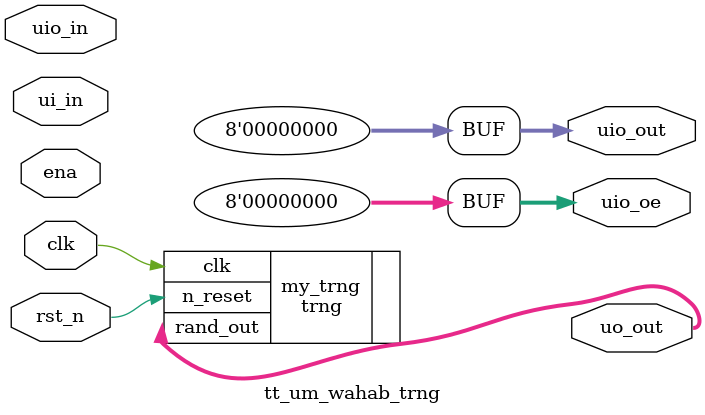
<source format=v>
/*
 * Copyright (c) 2024 Your Name
 * SPDX-License-Identifier: Apache-2.0
 */

`default_nettype none

module tt_um_wahab_trng (
    input  wire [7:0] ui_in,    // Dedicated inputs
    output wire [7:0] uo_out,   // Dedicated outputs
    input  wire [7:0] uio_in,   // IOs: Input path
    output wire [7:0] uio_out,  // IOs: Output path
    output wire [7:0] uio_oe,   // IOs: Enable path (active high: 0=input, 1=output)
    input  wire       ena,      // always 1 when the design is powered, so you can ignore it
    input  wire       clk,      // clock
    input  wire       rst_n     // reset_n - low to reset
);

  // All output pins must be assigned. If not used, assign to 0.
  //assign uo_out  = ui_in + uio_in;  // Example: ou_out is the sum of ui_in and uio_in
  assign uio_out = 0;
  assign uio_oe  = 0;

    trng my_trng(
        .clk (clk),
        .n_reset (rst_n),
        .rand_out (uo_out)
    );

endmodule

</source>
